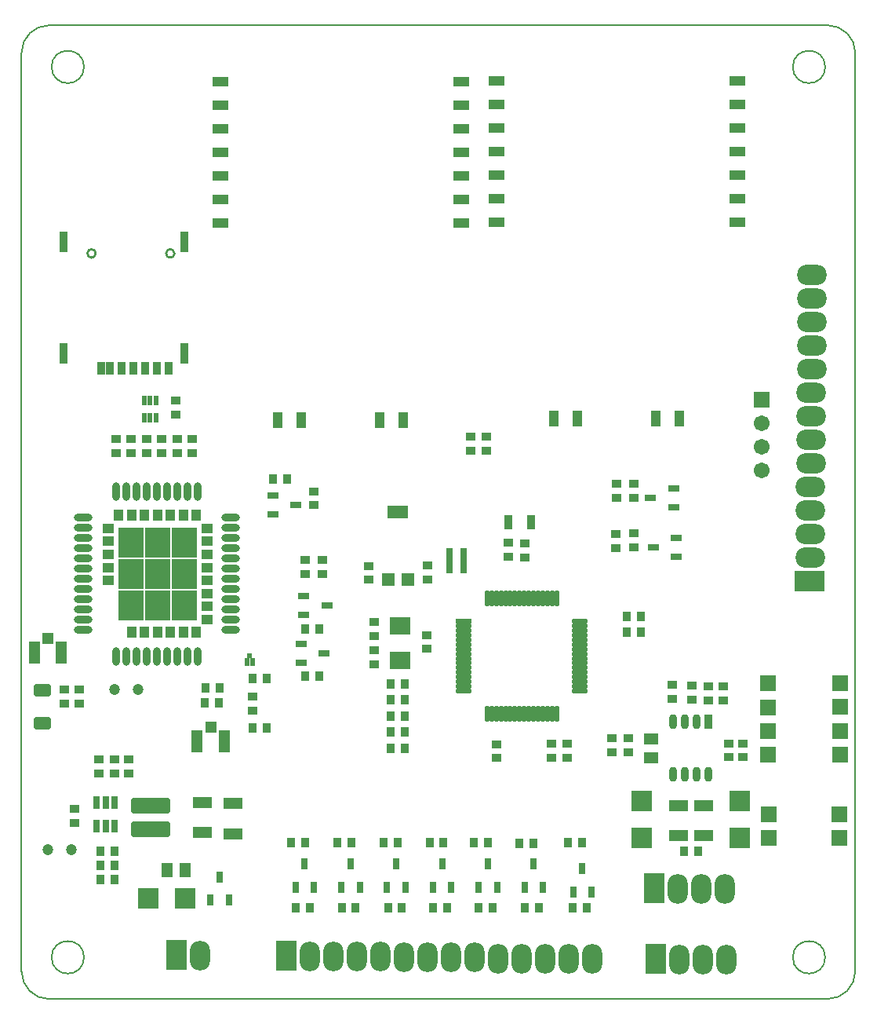
<source format=gts>
%FSLAX25Y25*%
%MOIN*%
G70*
G01*
G75*
G04 Layer_Color=8388736*
%ADD10C,0.00800*%
%ADD11C,0.01000*%
%ADD12C,0.02000*%
%ADD13C,0.01200*%
%ADD14C,0.02000*%
%ADD15R,0.05906X0.05906*%
%ADD16R,0.02756X0.03347*%
%ADD17R,0.03347X0.02756*%
%ADD18R,0.03937X0.02362*%
G04:AMPARAMS|DCode=19|XSize=39.37mil|YSize=41.34mil|CornerRadius=5.91mil|HoleSize=0mil|Usage=FLASHONLY|Rotation=180.000|XOffset=0mil|YOffset=0mil|HoleType=Round|Shape=RoundedRectangle|*
%AMROUNDEDRECTD19*
21,1,0.03937,0.02953,0,0,180.0*
21,1,0.02756,0.04134,0,0,180.0*
1,1,0.01181,-0.01378,0.01476*
1,1,0.01181,0.01378,0.01476*
1,1,0.01181,0.01378,-0.01476*
1,1,0.01181,-0.01378,-0.01476*
%
%ADD19ROUNDEDRECTD19*%
G04:AMPARAMS|DCode=20|XSize=41.34mil|YSize=86.61mil|CornerRadius=6.2mil|HoleSize=0mil|Usage=FLASHONLY|Rotation=180.000|XOffset=0mil|YOffset=0mil|HoleType=Round|Shape=RoundedRectangle|*
%AMROUNDEDRECTD20*
21,1,0.04134,0.07421,0,0,180.0*
21,1,0.02894,0.08661,0,0,180.0*
1,1,0.01240,-0.01447,0.03711*
1,1,0.01240,0.01447,0.03711*
1,1,0.01240,0.01447,-0.03711*
1,1,0.01240,-0.01447,-0.03711*
%
%ADD20ROUNDEDRECTD20*%
%ADD21R,0.07874X0.07874*%
%ADD22R,0.07087X0.03937*%
%ADD23R,0.02000X0.05000*%
%ADD24R,0.02362X0.03937*%
%ADD25R,0.07874X0.07874*%
%ADD26R,0.02559X0.05315*%
%ADD27R,0.03937X0.05118*%
%ADD28R,0.05118X0.03937*%
G04:AMPARAMS|DCode=29|XSize=157.48mil|YSize=59.06mil|CornerRadius=8.86mil|HoleSize=0mil|Usage=FLASHONLY|Rotation=180.000|XOffset=0mil|YOffset=0mil|HoleType=Round|Shape=RoundedRectangle|*
%AMROUNDEDRECTD29*
21,1,0.15748,0.04134,0,0,180.0*
21,1,0.13976,0.05906,0,0,180.0*
1,1,0.01772,-0.06988,0.02067*
1,1,0.01772,0.06988,0.02067*
1,1,0.01772,0.06988,-0.02067*
1,1,0.01772,-0.06988,-0.02067*
%
%ADD29ROUNDEDRECTD29*%
%ADD30R,0.06299X0.03543*%
%ADD31R,0.03543X0.06299*%
%ADD32R,0.01969X0.09843*%
%ADD33R,0.03937X0.03150*%
%ADD34R,0.03150X0.03937*%
%ADD35R,0.09843X0.11811*%
%ADD36O,0.07087X0.02362*%
%ADD37O,0.02362X0.07087*%
%ADD38R,0.01575X0.03347*%
%ADD39R,0.01378X0.01181*%
%ADD40R,0.01378X0.00984*%
%ADD41R,0.01181X0.01181*%
%ADD42O,0.02500X0.05500*%
%ADD43R,0.02500X0.05500*%
%ADD44R,0.05000X0.05000*%
%ADD45R,0.07874X0.05000*%
G04:AMPARAMS|DCode=46|XSize=45mil|YSize=65mil|CornerRadius=5.63mil|HoleSize=0mil|Usage=FLASHONLY|Rotation=270.000|XOffset=0mil|YOffset=0mil|HoleType=Round|Shape=RoundedRectangle|*
%AMROUNDEDRECTD46*
21,1,0.04500,0.05375,0,0,270.0*
21,1,0.03375,0.06500,0,0,270.0*
1,1,0.01125,-0.02688,-0.01688*
1,1,0.01125,-0.02688,0.01688*
1,1,0.01125,0.02688,0.01688*
1,1,0.01125,0.02688,-0.01688*
%
%ADD46ROUNDEDRECTD46*%
%ADD47R,0.07874X0.06693*%
%ADD48O,0.06299X0.01181*%
%ADD49O,0.01181X0.06299*%
%ADD50R,0.06299X0.01181*%
%ADD51R,0.02559X0.04843*%
%ADD52R,0.02756X0.08268*%
%ADD53C,0.03000*%
%ADD54C,0.04000*%
%ADD55R,0.09200X0.08300*%
%ADD56R,0.49000X0.11200*%
%ADD57R,0.07000X0.08100*%
%ADD58R,0.06200X0.16300*%
%ADD59R,0.25800X0.06600*%
%ADD60R,0.08400X0.20000*%
%ADD61C,0.00500*%
%ADD62C,0.05906*%
%ADD63R,0.05906X0.05906*%
%ADD64R,0.07874X0.11811*%
%ADD65O,0.07874X0.11811*%
%ADD66C,0.03937*%
%ADD67O,0.11811X0.07874*%
%ADD68R,0.11811X0.07874*%
%ADD69C,0.03000*%
%ADD70C,0.04000*%
G04:AMPARAMS|DCode=71|XSize=23.62mil|YSize=25.59mil|CornerRadius=3.54mil|HoleSize=0mil|Usage=FLASHONLY|Rotation=90.000|XOffset=0mil|YOffset=0mil|HoleType=Round|Shape=RoundedRectangle|*
%AMROUNDEDRECTD71*
21,1,0.02362,0.01850,0,0,90.0*
21,1,0.01654,0.02559,0,0,90.0*
1,1,0.00709,0.00925,0.00827*
1,1,0.00709,0.00925,-0.00827*
1,1,0.00709,-0.00925,-0.00827*
1,1,0.00709,-0.00925,0.00827*
%
%ADD71ROUNDEDRECTD71*%
G04:AMPARAMS|DCode=72|XSize=23.62mil|YSize=25.59mil|CornerRadius=3.54mil|HoleSize=0mil|Usage=FLASHONLY|Rotation=180.000|XOffset=0mil|YOffset=0mil|HoleType=Round|Shape=RoundedRectangle|*
%AMROUNDEDRECTD72*
21,1,0.02362,0.01850,0,0,180.0*
21,1,0.01654,0.02559,0,0,180.0*
1,1,0.00709,-0.00827,0.00925*
1,1,0.00709,0.00827,0.00925*
1,1,0.00709,0.00827,-0.00925*
1,1,0.00709,-0.00827,-0.00925*
%
%ADD72ROUNDEDRECTD72*%
%ADD73R,0.05000X0.02000*%
%ADD74R,0.03937X0.07087*%
%ADD75C,0.05000*%
%ADD76R,0.27900X0.11200*%
%ADD77R,0.07100X0.27500*%
%ADD78C,0.02362*%
%ADD79C,0.00984*%
%ADD80C,0.00787*%
%ADD81C,0.00300*%
%ADD82C,0.01969*%
%ADD83C,0.00394*%
%ADD84C,0.00400*%
%ADD85C,0.00493*%
%ADD86C,0.00700*%
%ADD87R,0.02228X0.02472*%
%ADD88R,0.04800X0.00800*%
%ADD89R,0.03600X0.00700*%
%ADD90R,0.02400X0.00600*%
%ADD91R,0.01500X0.00500*%
%ADD92R,0.06706X0.06706*%
%ADD93R,0.03556X0.04147*%
%ADD94R,0.04147X0.03556*%
%ADD95R,0.04737X0.03162*%
G04:AMPARAMS|DCode=96|XSize=47.37mil|YSize=49.34mil|CornerRadius=7.11mil|HoleSize=0mil|Usage=FLASHONLY|Rotation=180.000|XOffset=0mil|YOffset=0mil|HoleType=Round|Shape=RoundedRectangle|*
%AMROUNDEDRECTD96*
21,1,0.04737,0.03513,0,0,180.0*
21,1,0.03316,0.04934,0,0,180.0*
1,1,0.01421,-0.01658,0.01756*
1,1,0.01421,0.01658,0.01756*
1,1,0.01421,0.01658,-0.01756*
1,1,0.01421,-0.01658,-0.01756*
%
%ADD96ROUNDEDRECTD96*%
G04:AMPARAMS|DCode=97|XSize=49.34mil|YSize=94.61mil|CornerRadius=7.4mil|HoleSize=0mil|Usage=FLASHONLY|Rotation=180.000|XOffset=0mil|YOffset=0mil|HoleType=Round|Shape=RoundedRectangle|*
%AMROUNDEDRECTD97*
21,1,0.04934,0.07981,0,0,180.0*
21,1,0.03454,0.09461,0,0,180.0*
1,1,0.01480,-0.01727,0.03991*
1,1,0.01480,0.01727,0.03991*
1,1,0.01480,0.01727,-0.03991*
1,1,0.01480,-0.01727,-0.03991*
%
%ADD97ROUNDEDRECTD97*%
%ADD98R,0.08674X0.08674*%
%ADD99R,0.07887X0.04737*%
%ADD100R,0.02800X0.05800*%
%ADD101R,0.03162X0.04737*%
%ADD102R,0.08674X0.08674*%
%ADD103R,0.03359X0.06115*%
%ADD104R,0.04737X0.05918*%
%ADD105R,0.05918X0.04737*%
G04:AMPARAMS|DCode=106|XSize=165.48mil|YSize=67.06mil|CornerRadius=10.06mil|HoleSize=0mil|Usage=FLASHONLY|Rotation=180.000|XOffset=0mil|YOffset=0mil|HoleType=Round|Shape=RoundedRectangle|*
%AMROUNDEDRECTD106*
21,1,0.16548,0.04694,0,0,180.0*
21,1,0.14536,0.06706,0,0,180.0*
1,1,0.02012,-0.07268,0.02347*
1,1,0.02012,0.07268,0.02347*
1,1,0.02012,0.07268,-0.02347*
1,1,0.02012,-0.07268,-0.02347*
%
%ADD106ROUNDEDRECTD106*%
%ADD107R,0.07099X0.04343*%
%ADD108R,0.04343X0.07099*%
%ADD109R,0.02769X0.10642*%
%ADD110R,0.04737X0.03950*%
%ADD111R,0.03950X0.04737*%
%ADD112R,0.10642X0.12611*%
%ADD113O,0.07887X0.03162*%
%ADD114O,0.03162X0.07887*%
%ADD115R,0.02375X0.04147*%
%ADD116R,0.02178X0.01981*%
%ADD117R,0.02178X0.01784*%
%ADD118R,0.01981X0.01981*%
%ADD119O,0.03300X0.06300*%
%ADD120R,0.03300X0.06300*%
%ADD121R,0.05800X0.05800*%
%ADD122R,0.08674X0.05800*%
G04:AMPARAMS|DCode=123|XSize=53mil|YSize=73mil|CornerRadius=6.63mil|HoleSize=0mil|Usage=FLASHONLY|Rotation=270.000|XOffset=0mil|YOffset=0mil|HoleType=Round|Shape=RoundedRectangle|*
%AMROUNDEDRECTD123*
21,1,0.05300,0.05975,0,0,270.0*
21,1,0.03975,0.07300,0,0,270.0*
1,1,0.01325,-0.02988,-0.01988*
1,1,0.01325,-0.02988,0.01988*
1,1,0.01325,0.02988,0.01988*
1,1,0.01325,0.02988,-0.01988*
%
%ADD123ROUNDEDRECTD123*%
%ADD124R,0.08674X0.07493*%
%ADD125O,0.07099X0.01981*%
%ADD126O,0.01981X0.07099*%
%ADD127R,0.07099X0.01981*%
%ADD128R,0.03359X0.05643*%
%ADD129R,0.03556X0.09068*%
%ADD130C,0.06706*%
%ADD131R,0.06706X0.06706*%
%ADD132R,0.08674X0.12611*%
%ADD133O,0.08674X0.12611*%
%ADD134C,0.04737*%
%ADD135O,0.12611X0.08674*%
%ADD136R,0.12611X0.08674*%
D11*
X19716Y316481D02*
G03*
X19716Y316481I-1772J0D01*
G01*
X53181D02*
G03*
X53181Y316481I-1772J0D01*
G01*
D61*
X330709Y0D02*
G03*
X342520Y11811I0J11811D01*
G01*
X-11811D02*
G03*
X0Y0I11811J0D01*
G01*
X342520Y401575D02*
G03*
X330709Y413386I-11811J0D01*
G01*
X0D02*
G03*
X-11811Y401575I0J-11811D01*
G01*
X14764Y395670D02*
G03*
X14764Y395670I-6890J0D01*
G01*
X329725D02*
G03*
X329725Y395670I-6890J0D01*
G01*
Y17717D02*
G03*
X329725Y17717I-6890J0D01*
G01*
X14764D02*
G03*
X14764Y17717I-6890J0D01*
G01*
X-11811Y347999D02*
Y366326D01*
Y11811D02*
Y39370D01*
X0Y413386D02*
X330709D01*
X342520Y11811D02*
Y401575D01*
X0Y0D02*
X330709D01*
X-11811Y11811D02*
Y401575D01*
D92*
X305546Y123900D02*
D03*
Y134000D02*
D03*
X335900D02*
D03*
Y124000D02*
D03*
Y103900D02*
D03*
Y113900D02*
D03*
X305546D02*
D03*
Y103900D02*
D03*
X305800Y78300D02*
D03*
Y68300D02*
D03*
X335800D02*
D03*
Y78300D02*
D03*
D93*
X100906Y220600D02*
D03*
X95000D02*
D03*
X269700Y62700D02*
D03*
X275606D02*
D03*
X21794Y50900D02*
D03*
X27700D02*
D03*
X21894Y56900D02*
D03*
X27800D02*
D03*
X21794Y62900D02*
D03*
X27700D02*
D03*
X86432Y135939D02*
D03*
X92337D02*
D03*
X66198Y125719D02*
D03*
X72103D02*
D03*
X108798Y157019D02*
D03*
X114703D02*
D03*
X114598Y136919D02*
D03*
X108692D02*
D03*
X145194Y106500D02*
D03*
X151100D02*
D03*
X151100Y113325D02*
D03*
X145194D02*
D03*
X145194Y133800D02*
D03*
X151100D02*
D03*
X251400Y162300D02*
D03*
X245495D02*
D03*
X145194Y120150D02*
D03*
X151100D02*
D03*
X145194Y126975D02*
D03*
X151100D02*
D03*
X251400Y155800D02*
D03*
X245495D02*
D03*
X143961Y38900D02*
D03*
X149867D02*
D03*
X124311D02*
D03*
X130217D02*
D03*
X104661D02*
D03*
X110567D02*
D03*
X202211D02*
D03*
X208117D02*
D03*
X182561D02*
D03*
X188467D02*
D03*
X163111D02*
D03*
X169017D02*
D03*
X205800Y66200D02*
D03*
X199894D02*
D03*
X186400Y66300D02*
D03*
X180494D02*
D03*
X167550D02*
D03*
X161644D02*
D03*
X222561Y38900D02*
D03*
X228467D02*
D03*
X226400Y66300D02*
D03*
X220495D02*
D03*
X86432Y115139D02*
D03*
X92337D02*
D03*
X72298Y132119D02*
D03*
X66392D02*
D03*
X108700Y66300D02*
D03*
X102795D02*
D03*
X128317D02*
D03*
X122411D02*
D03*
X147933D02*
D03*
X142028D02*
D03*
D94*
X112500Y215506D02*
D03*
Y209600D02*
D03*
X53600Y248000D02*
D03*
Y253906D02*
D03*
X54398Y237719D02*
D03*
Y231813D02*
D03*
X28398Y237719D02*
D03*
Y231813D02*
D03*
X47898Y237719D02*
D03*
Y231813D02*
D03*
X6398Y125419D02*
D03*
Y131324D02*
D03*
X12698Y125419D02*
D03*
Y131324D02*
D03*
X286400Y126900D02*
D03*
Y132806D02*
D03*
X280000Y126900D02*
D03*
Y132806D02*
D03*
X288700Y108500D02*
D03*
Y102594D02*
D03*
X273200Y127000D02*
D03*
Y132905D02*
D03*
X264700Y127500D02*
D03*
Y133405D02*
D03*
X294700Y108500D02*
D03*
Y102594D02*
D03*
X246100Y104700D02*
D03*
Y110606D02*
D03*
X238900Y104700D02*
D03*
Y110606D02*
D03*
X33600Y101600D02*
D03*
Y95695D02*
D03*
X27600Y101600D02*
D03*
Y95695D02*
D03*
X21100Y95700D02*
D03*
Y101605D02*
D03*
X10600Y74700D02*
D03*
Y80606D02*
D03*
X86432Y128439D02*
D03*
Y122533D02*
D03*
X41398Y231813D02*
D03*
Y237719D02*
D03*
X34898Y231813D02*
D03*
Y237719D02*
D03*
X60898Y231813D02*
D03*
Y237719D02*
D03*
X108798Y180519D02*
D03*
Y186424D02*
D03*
X115998Y180519D02*
D03*
Y186424D02*
D03*
X195200Y193700D02*
D03*
Y187794D02*
D03*
X138000Y154100D02*
D03*
Y160005D02*
D03*
X160400Y154500D02*
D03*
Y148594D02*
D03*
X220200Y102500D02*
D03*
Y108405D02*
D03*
X189900Y102300D02*
D03*
Y108205D02*
D03*
X202200Y187500D02*
D03*
Y193405D02*
D03*
X213500Y102500D02*
D03*
Y108405D02*
D03*
X160700Y184000D02*
D03*
Y178094D02*
D03*
X135600Y183900D02*
D03*
Y177995D02*
D03*
X241069Y212700D02*
D03*
Y218605D02*
D03*
X248468Y212700D02*
D03*
Y218605D02*
D03*
X240769Y191500D02*
D03*
Y197406D02*
D03*
X248369Y191700D02*
D03*
Y197606D02*
D03*
X137900Y148000D02*
D03*
Y142095D02*
D03*
X179000Y232794D02*
D03*
Y238700D02*
D03*
X185800Y232794D02*
D03*
Y238700D02*
D03*
D95*
X94900Y205726D02*
D03*
X104743Y209663D02*
D03*
X94900Y213600D02*
D03*
X106998Y150619D02*
D03*
X116840Y146682D02*
D03*
X106998Y142745D02*
D03*
X108198Y171019D02*
D03*
X118040Y167082D02*
D03*
X108198Y163145D02*
D03*
X265268Y208700D02*
D03*
X255426Y212637D02*
D03*
X265268Y216574D02*
D03*
X266469Y187695D02*
D03*
X256626Y191631D02*
D03*
X266469Y195569D02*
D03*
D96*
X68698Y115323D02*
D03*
X-602Y153123D02*
D03*
D97*
X62890Y109319D02*
D03*
X74505D02*
D03*
X-6409Y147119D02*
D03*
X5205D02*
D03*
D98*
X293500Y68352D02*
D03*
Y84100D02*
D03*
X251700Y68352D02*
D03*
Y84100D02*
D03*
D99*
X267500Y82195D02*
D03*
Y69400D02*
D03*
X64986Y83447D02*
D03*
Y70651D02*
D03*
X78100Y83000D02*
D03*
Y70205D02*
D03*
X277900Y82195D02*
D03*
Y69400D02*
D03*
D100*
X23940Y83300D02*
D03*
X20200Y73300D02*
D03*
X27680D02*
D03*
X23940D02*
D03*
X20200Y83300D02*
D03*
X27680D02*
D03*
D101*
X143520Y47500D02*
D03*
X147457Y57342D02*
D03*
X151394Y47500D02*
D03*
X104600D02*
D03*
X108537Y57342D02*
D03*
X112474Y47500D02*
D03*
X201900D02*
D03*
X205837Y57342D02*
D03*
X209774Y47500D02*
D03*
X182440D02*
D03*
X186377Y57342D02*
D03*
X190314Y47500D02*
D03*
X162980D02*
D03*
X166917Y57342D02*
D03*
X170854Y47500D02*
D03*
X222600Y45500D02*
D03*
X226537Y55343D02*
D03*
X230474Y45500D02*
D03*
X124060Y47500D02*
D03*
X127997Y57342D02*
D03*
X131934Y47500D02*
D03*
X68500Y42000D02*
D03*
X72437Y51842D02*
D03*
X76374Y42000D02*
D03*
D102*
X57748Y42800D02*
D03*
X42000D02*
D03*
D103*
X195151Y202500D02*
D03*
X204600D02*
D03*
D104*
X57800Y54900D02*
D03*
X49926D02*
D03*
D105*
X255600Y110374D02*
D03*
Y102500D02*
D03*
D106*
X43200Y71982D02*
D03*
Y82218D02*
D03*
D107*
X190125Y329790D02*
D03*
Y339790D02*
D03*
Y349790D02*
D03*
Y359790D02*
D03*
Y369790D02*
D03*
Y379790D02*
D03*
Y389790D02*
D03*
X292400D02*
D03*
Y379790D02*
D03*
Y369790D02*
D03*
Y359790D02*
D03*
Y349790D02*
D03*
Y339790D02*
D03*
Y329790D02*
D03*
X72825Y329290D02*
D03*
Y339290D02*
D03*
Y349290D02*
D03*
Y359290D02*
D03*
Y369290D02*
D03*
Y379290D02*
D03*
Y389290D02*
D03*
X175100D02*
D03*
Y379290D02*
D03*
Y369290D02*
D03*
Y359290D02*
D03*
Y349290D02*
D03*
Y339290D02*
D03*
Y329290D02*
D03*
D108*
X267566Y246325D02*
D03*
X257566D02*
D03*
X224259D02*
D03*
X214259D02*
D03*
X150266Y245825D02*
D03*
X140266D02*
D03*
X106959D02*
D03*
X96959D02*
D03*
D109*
X170150Y186200D02*
D03*
X176050D02*
D03*
D110*
X24929Y188742D02*
D03*
Y199765D02*
D03*
X67062D02*
D03*
Y194254D02*
D03*
Y177718D02*
D03*
Y166694D02*
D03*
Y161183D02*
D03*
Y172206D02*
D03*
Y183230D02*
D03*
Y188742D02*
D03*
X24929Y177718D02*
D03*
Y183230D02*
D03*
Y194254D02*
D03*
D111*
X62531Y205277D02*
D03*
X40483Y155635D02*
D03*
X45995D02*
D03*
X62531D02*
D03*
X57019D02*
D03*
X51507D02*
D03*
X34972D02*
D03*
X57019Y205277D02*
D03*
X51507D02*
D03*
X45995D02*
D03*
X40483D02*
D03*
X34972D02*
D03*
X29460D02*
D03*
D112*
X34578Y180438D02*
D03*
X57413Y167052D02*
D03*
X34578D02*
D03*
X45995D02*
D03*
X57413Y180438D02*
D03*
X45995D02*
D03*
X57413Y193824D02*
D03*
X34578D02*
D03*
X45995D02*
D03*
D113*
X14499Y195595D02*
D03*
Y204257D02*
D03*
Y191265D02*
D03*
Y186934D02*
D03*
Y182603D02*
D03*
Y178272D02*
D03*
Y173942D02*
D03*
Y169611D02*
D03*
Y160950D02*
D03*
Y156619D02*
D03*
X77098Y199926D02*
D03*
Y195595D02*
D03*
Y191265D02*
D03*
Y186934D02*
D03*
Y182603D02*
D03*
Y178272D02*
D03*
Y173942D02*
D03*
Y169611D02*
D03*
Y165280D02*
D03*
Y160950D02*
D03*
Y156619D02*
D03*
Y204257D02*
D03*
X14499Y199926D02*
D03*
Y165280D02*
D03*
D114*
X58791Y215477D02*
D03*
X28476D02*
D03*
X32806D02*
D03*
X37137D02*
D03*
X41468D02*
D03*
X58791Y145398D02*
D03*
X54460D02*
D03*
X50129D02*
D03*
X45798D02*
D03*
X41468D02*
D03*
X37137D02*
D03*
X32806D02*
D03*
X28476D02*
D03*
X63121Y215477D02*
D03*
X54460D02*
D03*
X50129D02*
D03*
X45798D02*
D03*
X63121Y145398D02*
D03*
D115*
X45457Y246677D02*
D03*
X42898Y253961D02*
D03*
X45457D02*
D03*
X42898Y246677D02*
D03*
X40339D02*
D03*
Y253961D02*
D03*
D116*
X84100Y142330D02*
D03*
X86364D02*
D03*
D117*
X84100Y144200D02*
D03*
X86364D02*
D03*
D118*
X85232Y145873D02*
D03*
D119*
X269900Y95262D02*
D03*
X279900D02*
D03*
X264900D02*
D03*
X269900Y117900D02*
D03*
X264900D02*
D03*
X274900Y95262D02*
D03*
Y117900D02*
D03*
D120*
X279900D02*
D03*
D121*
X143900Y178100D02*
D03*
X152400D02*
D03*
D122*
X148187Y206600D02*
D03*
D123*
X-2802Y117119D02*
D03*
Y131119D02*
D03*
D124*
X149100Y158300D02*
D03*
Y143733D02*
D03*
D125*
X176200Y130772D02*
D03*
Y134709D02*
D03*
Y132741D02*
D03*
Y136678D02*
D03*
X225413Y160300D02*
D03*
Y158332D02*
D03*
Y156363D02*
D03*
Y154394D02*
D03*
Y152426D02*
D03*
Y150458D02*
D03*
Y148489D02*
D03*
Y146520D02*
D03*
Y144552D02*
D03*
Y142584D02*
D03*
Y140615D02*
D03*
Y138646D02*
D03*
Y136678D02*
D03*
Y134709D02*
D03*
Y132741D02*
D03*
Y130772D02*
D03*
X176200Y138646D02*
D03*
Y140615D02*
D03*
Y142584D02*
D03*
Y144552D02*
D03*
Y146520D02*
D03*
Y148489D02*
D03*
Y150458D02*
D03*
Y154394D02*
D03*
Y156363D02*
D03*
Y158332D02*
D03*
Y152426D02*
D03*
D126*
X186042Y170142D02*
D03*
X188011D02*
D03*
X189980D02*
D03*
X191948D02*
D03*
X193916D02*
D03*
X195885D02*
D03*
X197854D02*
D03*
X199822D02*
D03*
X201791D02*
D03*
X203759D02*
D03*
X205728D02*
D03*
X207696D02*
D03*
X209665D02*
D03*
X211633D02*
D03*
X213602D02*
D03*
X215570D02*
D03*
Y120930D02*
D03*
X213602D02*
D03*
X211633D02*
D03*
X209665D02*
D03*
X207696D02*
D03*
X205728D02*
D03*
X203759D02*
D03*
X201791D02*
D03*
X199822D02*
D03*
X197854D02*
D03*
X195885D02*
D03*
X193916D02*
D03*
X191948D02*
D03*
X189980D02*
D03*
X188011D02*
D03*
X186042D02*
D03*
D127*
X176200Y160300D02*
D03*
D128*
X22000Y267800D02*
D03*
X25740D02*
D03*
X50740D02*
D03*
X45740D02*
D03*
X40740D02*
D03*
X35740D02*
D03*
X30740D02*
D03*
D129*
X57315Y274158D02*
D03*
Y321402D02*
D03*
X6173Y274158D02*
D03*
Y321402D02*
D03*
D130*
X302800Y224400D02*
D03*
Y234400D02*
D03*
Y244400D02*
D03*
D131*
Y254400D02*
D03*
D132*
X54200Y18900D02*
D03*
X100800Y18400D02*
D03*
X257600Y17200D02*
D03*
X257200Y47200D02*
D03*
D133*
X64200Y18506D02*
D03*
X140800Y18006D02*
D03*
X130800D02*
D03*
X120800D02*
D03*
X110800D02*
D03*
X150800Y17613D02*
D03*
X160800D02*
D03*
X170800D02*
D03*
X180800D02*
D03*
X190800Y17219D02*
D03*
X200800D02*
D03*
X210800D02*
D03*
X220800D02*
D03*
X230800D02*
D03*
X287600Y16806D02*
D03*
X277600D02*
D03*
X267600D02*
D03*
X287200Y46806D02*
D03*
X277200D02*
D03*
X267200D02*
D03*
D134*
X37898Y131519D02*
D03*
X27898D02*
D03*
X-700Y63300D02*
D03*
X9300D02*
D03*
D135*
X323394Y217400D02*
D03*
Y207400D02*
D03*
Y197400D02*
D03*
Y187400D02*
D03*
X323787Y227400D02*
D03*
Y237400D02*
D03*
Y247400D02*
D03*
Y257400D02*
D03*
X324181Y267400D02*
D03*
Y277400D02*
D03*
Y287400D02*
D03*
Y297400D02*
D03*
Y307400D02*
D03*
D136*
X323000Y177400D02*
D03*
M02*

</source>
